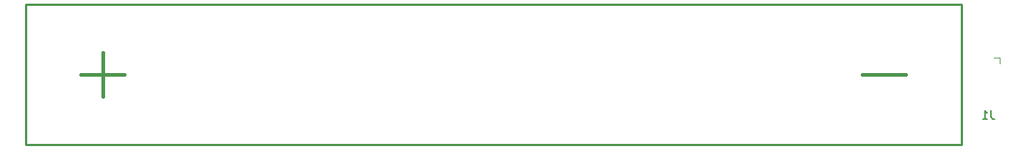
<source format=gbo>
G04 #@! TF.GenerationSoftware,KiCad,Pcbnew,5.0.2-bee76a0~70~ubuntu16.04.1*
G04 #@! TF.CreationDate,2019-07-12T12:57:40-07:00*
G04 #@! TF.ProjectId,beacon-pcb,62656163-6f6e-42d7-9063-622e6b696361,rev?*
G04 #@! TF.SameCoordinates,Original*
G04 #@! TF.FileFunction,Legend,Bot*
G04 #@! TF.FilePolarity,Positive*
%FSLAX46Y46*%
G04 Gerber Fmt 4.6, Leading zero omitted, Abs format (unit mm)*
G04 Created by KiCad (PCBNEW 5.0.2-bee76a0~70~ubuntu16.04.1) date Fri 12 Jul 2019 12:57:40 PM PDT*
%MOMM*%
%LPD*%
G01*
G04 APERTURE LIST*
%ADD10C,0.250000*%
%ADD11C,0.450000*%
%ADD12C,0.120000*%
%ADD13C,0.150000*%
G04 APERTURE END LIST*
D10*
G04 #@! TO.C,BT1*
X201661593Y-103689378D02*
X93861593Y-103689378D01*
X201661593Y-119889378D02*
X93861593Y-119889378D01*
X93861593Y-119889378D02*
X93861593Y-103689378D01*
X201661593Y-119889378D02*
X201661593Y-103689378D01*
D11*
X100261593Y-111789378D02*
X105261593Y-111789378D01*
X102761593Y-109289378D02*
X102761593Y-114289378D01*
X195261593Y-111789378D02*
X190261593Y-111789378D01*
D12*
G04 #@! TO.C,J1*
X206031593Y-109859379D02*
X205396593Y-109859379D01*
X206031593Y-110494379D02*
X206031593Y-109859379D01*
D13*
X205094926Y-115966759D02*
X205094926Y-116681045D01*
X205142545Y-116823902D01*
X205237783Y-116919140D01*
X205380640Y-116966759D01*
X205475878Y-116966759D01*
X204094926Y-116966759D02*
X204666354Y-116966759D01*
X204380640Y-116966759D02*
X204380640Y-115966759D01*
X204475878Y-116109617D01*
X204571116Y-116204855D01*
X204666354Y-116252474D01*
G04 #@! TD*
M02*

</source>
